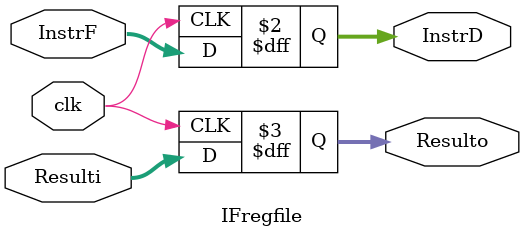
<source format=sv>
module IFregfile(
    input logic clk,
    input logic [31:0] InstrF, 
	input logic [31:0] Resulti,
    output logic [31:0] InstrD, 
	output logic [31:0] Resulto);

    always_ff @(posedge clk)
		begin
			InstrD = InstrF;
			Resulto = Resulti;
		end
endmodule

</source>
